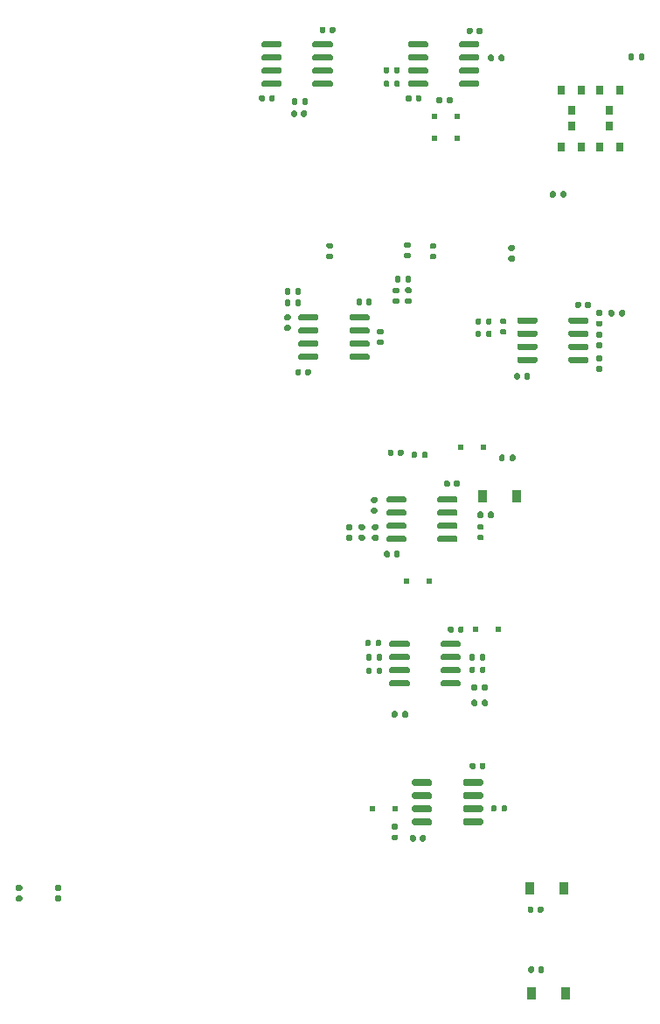
<source format=gbr>
%TF.GenerationSoftware,KiCad,Pcbnew,(5.1.7-0-10_14)*%
%TF.CreationDate,2021-05-28T11:23:36-04:00*%
%TF.ProjectId,SlewLimiter,536c6577-4c69-46d6-9974-65722e6b6963,rev?*%
%TF.SameCoordinates,Original*%
%TF.FileFunction,Paste,Top*%
%TF.FilePolarity,Positive*%
%FSLAX46Y46*%
G04 Gerber Fmt 4.6, Leading zero omitted, Abs format (unit mm)*
G04 Created by KiCad (PCBNEW (5.1.7-0-10_14)) date 2021-05-28 11:23:36*
%MOMM*%
%LPD*%
G01*
G04 APERTURE LIST*
%ADD10R,0.800000X0.900000*%
%ADD11R,0.900000X1.200000*%
%ADD12R,0.500000X0.500000*%
G04 APERTURE END LIST*
%TO.C,U202*%
G36*
G01*
X80600000Y-79645000D02*
X80600000Y-79345000D01*
G75*
G02*
X80750000Y-79195000I150000J0D01*
G01*
X82400000Y-79195000D01*
G75*
G02*
X82550000Y-79345000I0J-150000D01*
G01*
X82550000Y-79645000D01*
G75*
G02*
X82400000Y-79795000I-150000J0D01*
G01*
X80750000Y-79795000D01*
G75*
G02*
X80600000Y-79645000I0J150000D01*
G01*
G37*
G36*
G01*
X80600000Y-80915000D02*
X80600000Y-80615000D01*
G75*
G02*
X80750000Y-80465000I150000J0D01*
G01*
X82400000Y-80465000D01*
G75*
G02*
X82550000Y-80615000I0J-150000D01*
G01*
X82550000Y-80915000D01*
G75*
G02*
X82400000Y-81065000I-150000J0D01*
G01*
X80750000Y-81065000D01*
G75*
G02*
X80600000Y-80915000I0J150000D01*
G01*
G37*
G36*
G01*
X80600000Y-82185000D02*
X80600000Y-81885000D01*
G75*
G02*
X80750000Y-81735000I150000J0D01*
G01*
X82400000Y-81735000D01*
G75*
G02*
X82550000Y-81885000I0J-150000D01*
G01*
X82550000Y-82185000D01*
G75*
G02*
X82400000Y-82335000I-150000J0D01*
G01*
X80750000Y-82335000D01*
G75*
G02*
X80600000Y-82185000I0J150000D01*
G01*
G37*
G36*
G01*
X80600000Y-83455000D02*
X80600000Y-83155000D01*
G75*
G02*
X80750000Y-83005000I150000J0D01*
G01*
X82400000Y-83005000D01*
G75*
G02*
X82550000Y-83155000I0J-150000D01*
G01*
X82550000Y-83455000D01*
G75*
G02*
X82400000Y-83605000I-150000J0D01*
G01*
X80750000Y-83605000D01*
G75*
G02*
X80600000Y-83455000I0J150000D01*
G01*
G37*
G36*
G01*
X75650000Y-83455000D02*
X75650000Y-83155000D01*
G75*
G02*
X75800000Y-83005000I150000J0D01*
G01*
X77450000Y-83005000D01*
G75*
G02*
X77600000Y-83155000I0J-150000D01*
G01*
X77600000Y-83455000D01*
G75*
G02*
X77450000Y-83605000I-150000J0D01*
G01*
X75800000Y-83605000D01*
G75*
G02*
X75650000Y-83455000I0J150000D01*
G01*
G37*
G36*
G01*
X75650000Y-82185000D02*
X75650000Y-81885000D01*
G75*
G02*
X75800000Y-81735000I150000J0D01*
G01*
X77450000Y-81735000D01*
G75*
G02*
X77600000Y-81885000I0J-150000D01*
G01*
X77600000Y-82185000D01*
G75*
G02*
X77450000Y-82335000I-150000J0D01*
G01*
X75800000Y-82335000D01*
G75*
G02*
X75650000Y-82185000I0J150000D01*
G01*
G37*
G36*
G01*
X75650000Y-80915000D02*
X75650000Y-80615000D01*
G75*
G02*
X75800000Y-80465000I150000J0D01*
G01*
X77450000Y-80465000D01*
G75*
G02*
X77600000Y-80615000I0J-150000D01*
G01*
X77600000Y-80915000D01*
G75*
G02*
X77450000Y-81065000I-150000J0D01*
G01*
X75800000Y-81065000D01*
G75*
G02*
X75650000Y-80915000I0J150000D01*
G01*
G37*
G36*
G01*
X75650000Y-79645000D02*
X75650000Y-79345000D01*
G75*
G02*
X75800000Y-79195000I150000J0D01*
G01*
X77450000Y-79195000D01*
G75*
G02*
X77600000Y-79345000I0J-150000D01*
G01*
X77600000Y-79645000D01*
G75*
G02*
X77450000Y-79795000I-150000J0D01*
G01*
X75800000Y-79795000D01*
G75*
G02*
X75650000Y-79645000I0J150000D01*
G01*
G37*
%TD*%
%TO.C,U201*%
G36*
G01*
X101800000Y-79945000D02*
X101800000Y-79645000D01*
G75*
G02*
X101950000Y-79495000I150000J0D01*
G01*
X103600000Y-79495000D01*
G75*
G02*
X103750000Y-79645000I0J-150000D01*
G01*
X103750000Y-79945000D01*
G75*
G02*
X103600000Y-80095000I-150000J0D01*
G01*
X101950000Y-80095000D01*
G75*
G02*
X101800000Y-79945000I0J150000D01*
G01*
G37*
G36*
G01*
X101800000Y-81215000D02*
X101800000Y-80915000D01*
G75*
G02*
X101950000Y-80765000I150000J0D01*
G01*
X103600000Y-80765000D01*
G75*
G02*
X103750000Y-80915000I0J-150000D01*
G01*
X103750000Y-81215000D01*
G75*
G02*
X103600000Y-81365000I-150000J0D01*
G01*
X101950000Y-81365000D01*
G75*
G02*
X101800000Y-81215000I0J150000D01*
G01*
G37*
G36*
G01*
X101800000Y-82485000D02*
X101800000Y-82185000D01*
G75*
G02*
X101950000Y-82035000I150000J0D01*
G01*
X103600000Y-82035000D01*
G75*
G02*
X103750000Y-82185000I0J-150000D01*
G01*
X103750000Y-82485000D01*
G75*
G02*
X103600000Y-82635000I-150000J0D01*
G01*
X101950000Y-82635000D01*
G75*
G02*
X101800000Y-82485000I0J150000D01*
G01*
G37*
G36*
G01*
X101800000Y-83755000D02*
X101800000Y-83455000D01*
G75*
G02*
X101950000Y-83305000I150000J0D01*
G01*
X103600000Y-83305000D01*
G75*
G02*
X103750000Y-83455000I0J-150000D01*
G01*
X103750000Y-83755000D01*
G75*
G02*
X103600000Y-83905000I-150000J0D01*
G01*
X101950000Y-83905000D01*
G75*
G02*
X101800000Y-83755000I0J150000D01*
G01*
G37*
G36*
G01*
X96850000Y-83755000D02*
X96850000Y-83455000D01*
G75*
G02*
X97000000Y-83305000I150000J0D01*
G01*
X98650000Y-83305000D01*
G75*
G02*
X98800000Y-83455000I0J-150000D01*
G01*
X98800000Y-83755000D01*
G75*
G02*
X98650000Y-83905000I-150000J0D01*
G01*
X97000000Y-83905000D01*
G75*
G02*
X96850000Y-83755000I0J150000D01*
G01*
G37*
G36*
G01*
X96850000Y-82485000D02*
X96850000Y-82185000D01*
G75*
G02*
X97000000Y-82035000I150000J0D01*
G01*
X98650000Y-82035000D01*
G75*
G02*
X98800000Y-82185000I0J-150000D01*
G01*
X98800000Y-82485000D01*
G75*
G02*
X98650000Y-82635000I-150000J0D01*
G01*
X97000000Y-82635000D01*
G75*
G02*
X96850000Y-82485000I0J150000D01*
G01*
G37*
G36*
G01*
X96850000Y-81215000D02*
X96850000Y-80915000D01*
G75*
G02*
X97000000Y-80765000I150000J0D01*
G01*
X98650000Y-80765000D01*
G75*
G02*
X98800000Y-80915000I0J-150000D01*
G01*
X98800000Y-81215000D01*
G75*
G02*
X98650000Y-81365000I-150000J0D01*
G01*
X97000000Y-81365000D01*
G75*
G02*
X96850000Y-81215000I0J150000D01*
G01*
G37*
G36*
G01*
X96850000Y-79945000D02*
X96850000Y-79645000D01*
G75*
G02*
X97000000Y-79495000I150000J0D01*
G01*
X98650000Y-79495000D01*
G75*
G02*
X98800000Y-79645000I0J-150000D01*
G01*
X98800000Y-79945000D01*
G75*
G02*
X98650000Y-80095000I-150000J0D01*
G01*
X97000000Y-80095000D01*
G75*
G02*
X96850000Y-79945000I0J150000D01*
G01*
G37*
%TD*%
%TO.C,U105*%
G36*
G01*
X89425000Y-111250000D02*
X89425000Y-110950000D01*
G75*
G02*
X89575000Y-110800000I150000J0D01*
G01*
X91225000Y-110800000D01*
G75*
G02*
X91375000Y-110950000I0J-150000D01*
G01*
X91375000Y-111250000D01*
G75*
G02*
X91225000Y-111400000I-150000J0D01*
G01*
X89575000Y-111400000D01*
G75*
G02*
X89425000Y-111250000I0J150000D01*
G01*
G37*
G36*
G01*
X89425000Y-112520000D02*
X89425000Y-112220000D01*
G75*
G02*
X89575000Y-112070000I150000J0D01*
G01*
X91225000Y-112070000D01*
G75*
G02*
X91375000Y-112220000I0J-150000D01*
G01*
X91375000Y-112520000D01*
G75*
G02*
X91225000Y-112670000I-150000J0D01*
G01*
X89575000Y-112670000D01*
G75*
G02*
X89425000Y-112520000I0J150000D01*
G01*
G37*
G36*
G01*
X89425000Y-113790000D02*
X89425000Y-113490000D01*
G75*
G02*
X89575000Y-113340000I150000J0D01*
G01*
X91225000Y-113340000D01*
G75*
G02*
X91375000Y-113490000I0J-150000D01*
G01*
X91375000Y-113790000D01*
G75*
G02*
X91225000Y-113940000I-150000J0D01*
G01*
X89575000Y-113940000D01*
G75*
G02*
X89425000Y-113790000I0J150000D01*
G01*
G37*
G36*
G01*
X89425000Y-115060000D02*
X89425000Y-114760000D01*
G75*
G02*
X89575000Y-114610000I150000J0D01*
G01*
X91225000Y-114610000D01*
G75*
G02*
X91375000Y-114760000I0J-150000D01*
G01*
X91375000Y-115060000D01*
G75*
G02*
X91225000Y-115210000I-150000J0D01*
G01*
X89575000Y-115210000D01*
G75*
G02*
X89425000Y-115060000I0J150000D01*
G01*
G37*
G36*
G01*
X84475000Y-115060000D02*
X84475000Y-114760000D01*
G75*
G02*
X84625000Y-114610000I150000J0D01*
G01*
X86275000Y-114610000D01*
G75*
G02*
X86425000Y-114760000I0J-150000D01*
G01*
X86425000Y-115060000D01*
G75*
G02*
X86275000Y-115210000I-150000J0D01*
G01*
X84625000Y-115210000D01*
G75*
G02*
X84475000Y-115060000I0J150000D01*
G01*
G37*
G36*
G01*
X84475000Y-113790000D02*
X84475000Y-113490000D01*
G75*
G02*
X84625000Y-113340000I150000J0D01*
G01*
X86275000Y-113340000D01*
G75*
G02*
X86425000Y-113490000I0J-150000D01*
G01*
X86425000Y-113790000D01*
G75*
G02*
X86275000Y-113940000I-150000J0D01*
G01*
X84625000Y-113940000D01*
G75*
G02*
X84475000Y-113790000I0J150000D01*
G01*
G37*
G36*
G01*
X84475000Y-112520000D02*
X84475000Y-112220000D01*
G75*
G02*
X84625000Y-112070000I150000J0D01*
G01*
X86275000Y-112070000D01*
G75*
G02*
X86425000Y-112220000I0J-150000D01*
G01*
X86425000Y-112520000D01*
G75*
G02*
X86275000Y-112670000I-150000J0D01*
G01*
X84625000Y-112670000D01*
G75*
G02*
X84475000Y-112520000I0J150000D01*
G01*
G37*
G36*
G01*
X84475000Y-111250000D02*
X84475000Y-110950000D01*
G75*
G02*
X84625000Y-110800000I150000J0D01*
G01*
X86275000Y-110800000D01*
G75*
G02*
X86425000Y-110950000I0J-150000D01*
G01*
X86425000Y-111250000D01*
G75*
G02*
X86275000Y-111400000I-150000J0D01*
G01*
X84625000Y-111400000D01*
G75*
G02*
X84475000Y-111250000I0J150000D01*
G01*
G37*
%TD*%
%TO.C,U104*%
G36*
G01*
X77025000Y-53250000D02*
X77025000Y-52950000D01*
G75*
G02*
X77175000Y-52800000I150000J0D01*
G01*
X78825000Y-52800000D01*
G75*
G02*
X78975000Y-52950000I0J-150000D01*
G01*
X78975000Y-53250000D01*
G75*
G02*
X78825000Y-53400000I-150000J0D01*
G01*
X77175000Y-53400000D01*
G75*
G02*
X77025000Y-53250000I0J150000D01*
G01*
G37*
G36*
G01*
X77025000Y-54520000D02*
X77025000Y-54220000D01*
G75*
G02*
X77175000Y-54070000I150000J0D01*
G01*
X78825000Y-54070000D01*
G75*
G02*
X78975000Y-54220000I0J-150000D01*
G01*
X78975000Y-54520000D01*
G75*
G02*
X78825000Y-54670000I-150000J0D01*
G01*
X77175000Y-54670000D01*
G75*
G02*
X77025000Y-54520000I0J150000D01*
G01*
G37*
G36*
G01*
X77025000Y-55790000D02*
X77025000Y-55490000D01*
G75*
G02*
X77175000Y-55340000I150000J0D01*
G01*
X78825000Y-55340000D01*
G75*
G02*
X78975000Y-55490000I0J-150000D01*
G01*
X78975000Y-55790000D01*
G75*
G02*
X78825000Y-55940000I-150000J0D01*
G01*
X77175000Y-55940000D01*
G75*
G02*
X77025000Y-55790000I0J150000D01*
G01*
G37*
G36*
G01*
X77025000Y-57060000D02*
X77025000Y-56760000D01*
G75*
G02*
X77175000Y-56610000I150000J0D01*
G01*
X78825000Y-56610000D01*
G75*
G02*
X78975000Y-56760000I0J-150000D01*
G01*
X78975000Y-57060000D01*
G75*
G02*
X78825000Y-57210000I-150000J0D01*
G01*
X77175000Y-57210000D01*
G75*
G02*
X77025000Y-57060000I0J150000D01*
G01*
G37*
G36*
G01*
X72075000Y-57060000D02*
X72075000Y-56760000D01*
G75*
G02*
X72225000Y-56610000I150000J0D01*
G01*
X73875000Y-56610000D01*
G75*
G02*
X74025000Y-56760000I0J-150000D01*
G01*
X74025000Y-57060000D01*
G75*
G02*
X73875000Y-57210000I-150000J0D01*
G01*
X72225000Y-57210000D01*
G75*
G02*
X72075000Y-57060000I0J150000D01*
G01*
G37*
G36*
G01*
X72075000Y-55790000D02*
X72075000Y-55490000D01*
G75*
G02*
X72225000Y-55340000I150000J0D01*
G01*
X73875000Y-55340000D01*
G75*
G02*
X74025000Y-55490000I0J-150000D01*
G01*
X74025000Y-55790000D01*
G75*
G02*
X73875000Y-55940000I-150000J0D01*
G01*
X72225000Y-55940000D01*
G75*
G02*
X72075000Y-55790000I0J150000D01*
G01*
G37*
G36*
G01*
X72075000Y-54520000D02*
X72075000Y-54220000D01*
G75*
G02*
X72225000Y-54070000I150000J0D01*
G01*
X73875000Y-54070000D01*
G75*
G02*
X74025000Y-54220000I0J-150000D01*
G01*
X74025000Y-54520000D01*
G75*
G02*
X73875000Y-54670000I-150000J0D01*
G01*
X72225000Y-54670000D01*
G75*
G02*
X72075000Y-54520000I0J150000D01*
G01*
G37*
G36*
G01*
X72075000Y-53250000D02*
X72075000Y-52950000D01*
G75*
G02*
X72225000Y-52800000I150000J0D01*
G01*
X73875000Y-52800000D01*
G75*
G02*
X74025000Y-52950000I0J-150000D01*
G01*
X74025000Y-53250000D01*
G75*
G02*
X73875000Y-53400000I-150000J0D01*
G01*
X72225000Y-53400000D01*
G75*
G02*
X72075000Y-53250000I0J150000D01*
G01*
G37*
%TD*%
%TO.C,U103*%
G36*
G01*
X91600000Y-124645000D02*
X91600000Y-124345000D01*
G75*
G02*
X91750000Y-124195000I150000J0D01*
G01*
X93400000Y-124195000D01*
G75*
G02*
X93550000Y-124345000I0J-150000D01*
G01*
X93550000Y-124645000D01*
G75*
G02*
X93400000Y-124795000I-150000J0D01*
G01*
X91750000Y-124795000D01*
G75*
G02*
X91600000Y-124645000I0J150000D01*
G01*
G37*
G36*
G01*
X91600000Y-125915000D02*
X91600000Y-125615000D01*
G75*
G02*
X91750000Y-125465000I150000J0D01*
G01*
X93400000Y-125465000D01*
G75*
G02*
X93550000Y-125615000I0J-150000D01*
G01*
X93550000Y-125915000D01*
G75*
G02*
X93400000Y-126065000I-150000J0D01*
G01*
X91750000Y-126065000D01*
G75*
G02*
X91600000Y-125915000I0J150000D01*
G01*
G37*
G36*
G01*
X91600000Y-127185000D02*
X91600000Y-126885000D01*
G75*
G02*
X91750000Y-126735000I150000J0D01*
G01*
X93400000Y-126735000D01*
G75*
G02*
X93550000Y-126885000I0J-150000D01*
G01*
X93550000Y-127185000D01*
G75*
G02*
X93400000Y-127335000I-150000J0D01*
G01*
X91750000Y-127335000D01*
G75*
G02*
X91600000Y-127185000I0J150000D01*
G01*
G37*
G36*
G01*
X91600000Y-128455000D02*
X91600000Y-128155000D01*
G75*
G02*
X91750000Y-128005000I150000J0D01*
G01*
X93400000Y-128005000D01*
G75*
G02*
X93550000Y-128155000I0J-150000D01*
G01*
X93550000Y-128455000D01*
G75*
G02*
X93400000Y-128605000I-150000J0D01*
G01*
X91750000Y-128605000D01*
G75*
G02*
X91600000Y-128455000I0J150000D01*
G01*
G37*
G36*
G01*
X86650000Y-128455000D02*
X86650000Y-128155000D01*
G75*
G02*
X86800000Y-128005000I150000J0D01*
G01*
X88450000Y-128005000D01*
G75*
G02*
X88600000Y-128155000I0J-150000D01*
G01*
X88600000Y-128455000D01*
G75*
G02*
X88450000Y-128605000I-150000J0D01*
G01*
X86800000Y-128605000D01*
G75*
G02*
X86650000Y-128455000I0J150000D01*
G01*
G37*
G36*
G01*
X86650000Y-127185000D02*
X86650000Y-126885000D01*
G75*
G02*
X86800000Y-126735000I150000J0D01*
G01*
X88450000Y-126735000D01*
G75*
G02*
X88600000Y-126885000I0J-150000D01*
G01*
X88600000Y-127185000D01*
G75*
G02*
X88450000Y-127335000I-150000J0D01*
G01*
X86800000Y-127335000D01*
G75*
G02*
X86650000Y-127185000I0J150000D01*
G01*
G37*
G36*
G01*
X86650000Y-125915000D02*
X86650000Y-125615000D01*
G75*
G02*
X86800000Y-125465000I150000J0D01*
G01*
X88450000Y-125465000D01*
G75*
G02*
X88600000Y-125615000I0J-150000D01*
G01*
X88600000Y-125915000D01*
G75*
G02*
X88450000Y-126065000I-150000J0D01*
G01*
X86800000Y-126065000D01*
G75*
G02*
X86650000Y-125915000I0J150000D01*
G01*
G37*
G36*
G01*
X86650000Y-124645000D02*
X86650000Y-124345000D01*
G75*
G02*
X86800000Y-124195000I150000J0D01*
G01*
X88450000Y-124195000D01*
G75*
G02*
X88600000Y-124345000I0J-150000D01*
G01*
X88600000Y-124645000D01*
G75*
G02*
X88450000Y-124795000I-150000J0D01*
G01*
X86800000Y-124795000D01*
G75*
G02*
X86650000Y-124645000I0J150000D01*
G01*
G37*
%TD*%
%TO.C,U102*%
G36*
G01*
X89125000Y-97280000D02*
X89125000Y-96980000D01*
G75*
G02*
X89275000Y-96830000I150000J0D01*
G01*
X90925000Y-96830000D01*
G75*
G02*
X91075000Y-96980000I0J-150000D01*
G01*
X91075000Y-97280000D01*
G75*
G02*
X90925000Y-97430000I-150000J0D01*
G01*
X89275000Y-97430000D01*
G75*
G02*
X89125000Y-97280000I0J150000D01*
G01*
G37*
G36*
G01*
X89125000Y-98550000D02*
X89125000Y-98250000D01*
G75*
G02*
X89275000Y-98100000I150000J0D01*
G01*
X90925000Y-98100000D01*
G75*
G02*
X91075000Y-98250000I0J-150000D01*
G01*
X91075000Y-98550000D01*
G75*
G02*
X90925000Y-98700000I-150000J0D01*
G01*
X89275000Y-98700000D01*
G75*
G02*
X89125000Y-98550000I0J150000D01*
G01*
G37*
G36*
G01*
X89125000Y-99820000D02*
X89125000Y-99520000D01*
G75*
G02*
X89275000Y-99370000I150000J0D01*
G01*
X90925000Y-99370000D01*
G75*
G02*
X91075000Y-99520000I0J-150000D01*
G01*
X91075000Y-99820000D01*
G75*
G02*
X90925000Y-99970000I-150000J0D01*
G01*
X89275000Y-99970000D01*
G75*
G02*
X89125000Y-99820000I0J150000D01*
G01*
G37*
G36*
G01*
X89125000Y-101090000D02*
X89125000Y-100790000D01*
G75*
G02*
X89275000Y-100640000I150000J0D01*
G01*
X90925000Y-100640000D01*
G75*
G02*
X91075000Y-100790000I0J-150000D01*
G01*
X91075000Y-101090000D01*
G75*
G02*
X90925000Y-101240000I-150000J0D01*
G01*
X89275000Y-101240000D01*
G75*
G02*
X89125000Y-101090000I0J150000D01*
G01*
G37*
G36*
G01*
X84175000Y-101090000D02*
X84175000Y-100790000D01*
G75*
G02*
X84325000Y-100640000I150000J0D01*
G01*
X85975000Y-100640000D01*
G75*
G02*
X86125000Y-100790000I0J-150000D01*
G01*
X86125000Y-101090000D01*
G75*
G02*
X85975000Y-101240000I-150000J0D01*
G01*
X84325000Y-101240000D01*
G75*
G02*
X84175000Y-101090000I0J150000D01*
G01*
G37*
G36*
G01*
X84175000Y-99820000D02*
X84175000Y-99520000D01*
G75*
G02*
X84325000Y-99370000I150000J0D01*
G01*
X85975000Y-99370000D01*
G75*
G02*
X86125000Y-99520000I0J-150000D01*
G01*
X86125000Y-99820000D01*
G75*
G02*
X85975000Y-99970000I-150000J0D01*
G01*
X84325000Y-99970000D01*
G75*
G02*
X84175000Y-99820000I0J150000D01*
G01*
G37*
G36*
G01*
X84175000Y-98550000D02*
X84175000Y-98250000D01*
G75*
G02*
X84325000Y-98100000I150000J0D01*
G01*
X85975000Y-98100000D01*
G75*
G02*
X86125000Y-98250000I0J-150000D01*
G01*
X86125000Y-98550000D01*
G75*
G02*
X85975000Y-98700000I-150000J0D01*
G01*
X84325000Y-98700000D01*
G75*
G02*
X84175000Y-98550000I0J150000D01*
G01*
G37*
G36*
G01*
X84175000Y-97280000D02*
X84175000Y-96980000D01*
G75*
G02*
X84325000Y-96830000I150000J0D01*
G01*
X85975000Y-96830000D01*
G75*
G02*
X86125000Y-96980000I0J-150000D01*
G01*
X86125000Y-97280000D01*
G75*
G02*
X85975000Y-97430000I-150000J0D01*
G01*
X84325000Y-97430000D01*
G75*
G02*
X84175000Y-97280000I0J150000D01*
G01*
G37*
%TD*%
%TO.C,U101*%
G36*
G01*
X91225000Y-53250000D02*
X91225000Y-52950000D01*
G75*
G02*
X91375000Y-52800000I150000J0D01*
G01*
X93025000Y-52800000D01*
G75*
G02*
X93175000Y-52950000I0J-150000D01*
G01*
X93175000Y-53250000D01*
G75*
G02*
X93025000Y-53400000I-150000J0D01*
G01*
X91375000Y-53400000D01*
G75*
G02*
X91225000Y-53250000I0J150000D01*
G01*
G37*
G36*
G01*
X91225000Y-54520000D02*
X91225000Y-54220000D01*
G75*
G02*
X91375000Y-54070000I150000J0D01*
G01*
X93025000Y-54070000D01*
G75*
G02*
X93175000Y-54220000I0J-150000D01*
G01*
X93175000Y-54520000D01*
G75*
G02*
X93025000Y-54670000I-150000J0D01*
G01*
X91375000Y-54670000D01*
G75*
G02*
X91225000Y-54520000I0J150000D01*
G01*
G37*
G36*
G01*
X91225000Y-55790000D02*
X91225000Y-55490000D01*
G75*
G02*
X91375000Y-55340000I150000J0D01*
G01*
X93025000Y-55340000D01*
G75*
G02*
X93175000Y-55490000I0J-150000D01*
G01*
X93175000Y-55790000D01*
G75*
G02*
X93025000Y-55940000I-150000J0D01*
G01*
X91375000Y-55940000D01*
G75*
G02*
X91225000Y-55790000I0J150000D01*
G01*
G37*
G36*
G01*
X91225000Y-57060000D02*
X91225000Y-56760000D01*
G75*
G02*
X91375000Y-56610000I150000J0D01*
G01*
X93025000Y-56610000D01*
G75*
G02*
X93175000Y-56760000I0J-150000D01*
G01*
X93175000Y-57060000D01*
G75*
G02*
X93025000Y-57210000I-150000J0D01*
G01*
X91375000Y-57210000D01*
G75*
G02*
X91225000Y-57060000I0J150000D01*
G01*
G37*
G36*
G01*
X86275000Y-57060000D02*
X86275000Y-56760000D01*
G75*
G02*
X86425000Y-56610000I150000J0D01*
G01*
X88075000Y-56610000D01*
G75*
G02*
X88225000Y-56760000I0J-150000D01*
G01*
X88225000Y-57060000D01*
G75*
G02*
X88075000Y-57210000I-150000J0D01*
G01*
X86425000Y-57210000D01*
G75*
G02*
X86275000Y-57060000I0J150000D01*
G01*
G37*
G36*
G01*
X86275000Y-55790000D02*
X86275000Y-55490000D01*
G75*
G02*
X86425000Y-55340000I150000J0D01*
G01*
X88075000Y-55340000D01*
G75*
G02*
X88225000Y-55490000I0J-150000D01*
G01*
X88225000Y-55790000D01*
G75*
G02*
X88075000Y-55940000I-150000J0D01*
G01*
X86425000Y-55940000D01*
G75*
G02*
X86275000Y-55790000I0J150000D01*
G01*
G37*
G36*
G01*
X86275000Y-54520000D02*
X86275000Y-54220000D01*
G75*
G02*
X86425000Y-54070000I150000J0D01*
G01*
X88075000Y-54070000D01*
G75*
G02*
X88225000Y-54220000I0J-150000D01*
G01*
X88225000Y-54520000D01*
G75*
G02*
X88075000Y-54670000I-150000J0D01*
G01*
X86425000Y-54670000D01*
G75*
G02*
X86275000Y-54520000I0J150000D01*
G01*
G37*
G36*
G01*
X86275000Y-53250000D02*
X86275000Y-52950000D01*
G75*
G02*
X86425000Y-52800000I150000J0D01*
G01*
X88075000Y-52800000D01*
G75*
G02*
X88225000Y-52950000I0J-150000D01*
G01*
X88225000Y-53250000D01*
G75*
G02*
X88075000Y-53400000I-150000J0D01*
G01*
X86425000Y-53400000D01*
G75*
G02*
X86275000Y-53250000I0J150000D01*
G01*
G37*
%TD*%
%TO.C,R302*%
G36*
G01*
X48785000Y-134970000D02*
X48415000Y-134970000D01*
G75*
G02*
X48280000Y-134835000I0J135000D01*
G01*
X48280000Y-134565000D01*
G75*
G02*
X48415000Y-134430000I135000J0D01*
G01*
X48785000Y-134430000D01*
G75*
G02*
X48920000Y-134565000I0J-135000D01*
G01*
X48920000Y-134835000D01*
G75*
G02*
X48785000Y-134970000I-135000J0D01*
G01*
G37*
G36*
G01*
X48785000Y-135990000D02*
X48415000Y-135990000D01*
G75*
G02*
X48280000Y-135855000I0J135000D01*
G01*
X48280000Y-135585000D01*
G75*
G02*
X48415000Y-135450000I135000J0D01*
G01*
X48785000Y-135450000D01*
G75*
G02*
X48920000Y-135585000I0J-135000D01*
G01*
X48920000Y-135855000D01*
G75*
G02*
X48785000Y-135990000I-135000J0D01*
G01*
G37*
%TD*%
%TO.C,R301*%
G36*
G01*
X52585000Y-134960000D02*
X52215000Y-134960000D01*
G75*
G02*
X52080000Y-134825000I0J135000D01*
G01*
X52080000Y-134555000D01*
G75*
G02*
X52215000Y-134420000I135000J0D01*
G01*
X52585000Y-134420000D01*
G75*
G02*
X52720000Y-134555000I0J-135000D01*
G01*
X52720000Y-134825000D01*
G75*
G02*
X52585000Y-134960000I-135000J0D01*
G01*
G37*
G36*
G01*
X52585000Y-135980000D02*
X52215000Y-135980000D01*
G75*
G02*
X52080000Y-135845000I0J135000D01*
G01*
X52080000Y-135575000D01*
G75*
G02*
X52215000Y-135440000I135000J0D01*
G01*
X52585000Y-135440000D01*
G75*
G02*
X52720000Y-135575000I0J-135000D01*
G01*
X52720000Y-135845000D01*
G75*
G02*
X52585000Y-135980000I-135000J0D01*
G01*
G37*
%TD*%
%TO.C,R219*%
G36*
G01*
X86030000Y-75985000D02*
X86030000Y-75615000D01*
G75*
G02*
X86165000Y-75480000I135000J0D01*
G01*
X86435000Y-75480000D01*
G75*
G02*
X86570000Y-75615000I0J-135000D01*
G01*
X86570000Y-75985000D01*
G75*
G02*
X86435000Y-76120000I-135000J0D01*
G01*
X86165000Y-76120000D01*
G75*
G02*
X86030000Y-75985000I0J135000D01*
G01*
G37*
G36*
G01*
X85010000Y-75985000D02*
X85010000Y-75615000D01*
G75*
G02*
X85145000Y-75480000I135000J0D01*
G01*
X85415000Y-75480000D01*
G75*
G02*
X85550000Y-75615000I0J-135000D01*
G01*
X85550000Y-75985000D01*
G75*
G02*
X85415000Y-76120000I-135000J0D01*
G01*
X85145000Y-76120000D01*
G75*
G02*
X85010000Y-75985000I0J135000D01*
G01*
G37*
%TD*%
%TO.C,R218*%
G36*
G01*
X106250000Y-78915000D02*
X106250000Y-79285000D01*
G75*
G02*
X106115000Y-79420000I-135000J0D01*
G01*
X105845000Y-79420000D01*
G75*
G02*
X105710000Y-79285000I0J135000D01*
G01*
X105710000Y-78915000D01*
G75*
G02*
X105845000Y-78780000I135000J0D01*
G01*
X106115000Y-78780000D01*
G75*
G02*
X106250000Y-78915000I0J-135000D01*
G01*
G37*
G36*
G01*
X107270000Y-78915000D02*
X107270000Y-79285000D01*
G75*
G02*
X107135000Y-79420000I-135000J0D01*
G01*
X106865000Y-79420000D01*
G75*
G02*
X106730000Y-79285000I0J135000D01*
G01*
X106730000Y-78915000D01*
G75*
G02*
X106865000Y-78780000I135000J0D01*
G01*
X107135000Y-78780000D01*
G75*
G02*
X107270000Y-78915000I0J-135000D01*
G01*
G37*
%TD*%
%TO.C,R217*%
G36*
G01*
X86115000Y-77630000D02*
X86485000Y-77630000D01*
G75*
G02*
X86620000Y-77765000I0J-135000D01*
G01*
X86620000Y-78035000D01*
G75*
G02*
X86485000Y-78170000I-135000J0D01*
G01*
X86115000Y-78170000D01*
G75*
G02*
X85980000Y-78035000I0J135000D01*
G01*
X85980000Y-77765000D01*
G75*
G02*
X86115000Y-77630000I135000J0D01*
G01*
G37*
G36*
G01*
X86115000Y-76610000D02*
X86485000Y-76610000D01*
G75*
G02*
X86620000Y-76745000I0J-135000D01*
G01*
X86620000Y-77015000D01*
G75*
G02*
X86485000Y-77150000I-135000J0D01*
G01*
X86115000Y-77150000D01*
G75*
G02*
X85980000Y-77015000I0J135000D01*
G01*
X85980000Y-76745000D01*
G75*
G02*
X86115000Y-76610000I135000J0D01*
G01*
G37*
%TD*%
%TO.C,R216*%
G36*
G01*
X86385000Y-72770000D02*
X86015000Y-72770000D01*
G75*
G02*
X85880000Y-72635000I0J135000D01*
G01*
X85880000Y-72365000D01*
G75*
G02*
X86015000Y-72230000I135000J0D01*
G01*
X86385000Y-72230000D01*
G75*
G02*
X86520000Y-72365000I0J-135000D01*
G01*
X86520000Y-72635000D01*
G75*
G02*
X86385000Y-72770000I-135000J0D01*
G01*
G37*
G36*
G01*
X86385000Y-73790000D02*
X86015000Y-73790000D01*
G75*
G02*
X85880000Y-73655000I0J135000D01*
G01*
X85880000Y-73385000D01*
G75*
G02*
X86015000Y-73250000I135000J0D01*
G01*
X86385000Y-73250000D01*
G75*
G02*
X86520000Y-73385000I0J-135000D01*
G01*
X86520000Y-73655000D01*
G75*
G02*
X86385000Y-73790000I-135000J0D01*
G01*
G37*
%TD*%
%TO.C,R215*%
G36*
G01*
X104615000Y-79830000D02*
X104985000Y-79830000D01*
G75*
G02*
X105120000Y-79965000I0J-135000D01*
G01*
X105120000Y-80235000D01*
G75*
G02*
X104985000Y-80370000I-135000J0D01*
G01*
X104615000Y-80370000D01*
G75*
G02*
X104480000Y-80235000I0J135000D01*
G01*
X104480000Y-79965000D01*
G75*
G02*
X104615000Y-79830000I135000J0D01*
G01*
G37*
G36*
G01*
X104615000Y-78810000D02*
X104985000Y-78810000D01*
G75*
G02*
X105120000Y-78945000I0J-135000D01*
G01*
X105120000Y-79215000D01*
G75*
G02*
X104985000Y-79350000I-135000J0D01*
G01*
X104615000Y-79350000D01*
G75*
G02*
X104480000Y-79215000I0J135000D01*
G01*
X104480000Y-78945000D01*
G75*
G02*
X104615000Y-78810000I135000J0D01*
G01*
G37*
%TD*%
%TO.C,R214*%
G36*
G01*
X96485000Y-73070000D02*
X96115000Y-73070000D01*
G75*
G02*
X95980000Y-72935000I0J135000D01*
G01*
X95980000Y-72665000D01*
G75*
G02*
X96115000Y-72530000I135000J0D01*
G01*
X96485000Y-72530000D01*
G75*
G02*
X96620000Y-72665000I0J-135000D01*
G01*
X96620000Y-72935000D01*
G75*
G02*
X96485000Y-73070000I-135000J0D01*
G01*
G37*
G36*
G01*
X96485000Y-74090000D02*
X96115000Y-74090000D01*
G75*
G02*
X95980000Y-73955000I0J135000D01*
G01*
X95980000Y-73685000D01*
G75*
G02*
X96115000Y-73550000I135000J0D01*
G01*
X96485000Y-73550000D01*
G75*
G02*
X96620000Y-73685000I0J-135000D01*
G01*
X96620000Y-73955000D01*
G75*
G02*
X96485000Y-74090000I-135000J0D01*
G01*
G37*
%TD*%
%TO.C,R213*%
G36*
G01*
X83415000Y-81630000D02*
X83785000Y-81630000D01*
G75*
G02*
X83920000Y-81765000I0J-135000D01*
G01*
X83920000Y-82035000D01*
G75*
G02*
X83785000Y-82170000I-135000J0D01*
G01*
X83415000Y-82170000D01*
G75*
G02*
X83280000Y-82035000I0J135000D01*
G01*
X83280000Y-81765000D01*
G75*
G02*
X83415000Y-81630000I135000J0D01*
G01*
G37*
G36*
G01*
X83415000Y-80610000D02*
X83785000Y-80610000D01*
G75*
G02*
X83920000Y-80745000I0J-135000D01*
G01*
X83920000Y-81015000D01*
G75*
G02*
X83785000Y-81150000I-135000J0D01*
G01*
X83415000Y-81150000D01*
G75*
G02*
X83280000Y-81015000I0J135000D01*
G01*
X83280000Y-80745000D01*
G75*
G02*
X83415000Y-80610000I135000J0D01*
G01*
G37*
%TD*%
%TO.C,R212*%
G36*
G01*
X104615000Y-81930000D02*
X104985000Y-81930000D01*
G75*
G02*
X105120000Y-82065000I0J-135000D01*
G01*
X105120000Y-82335000D01*
G75*
G02*
X104985000Y-82470000I-135000J0D01*
G01*
X104615000Y-82470000D01*
G75*
G02*
X104480000Y-82335000I0J135000D01*
G01*
X104480000Y-82065000D01*
G75*
G02*
X104615000Y-81930000I135000J0D01*
G01*
G37*
G36*
G01*
X104615000Y-80910000D02*
X104985000Y-80910000D01*
G75*
G02*
X105120000Y-81045000I0J-135000D01*
G01*
X105120000Y-81315000D01*
G75*
G02*
X104985000Y-81450000I-135000J0D01*
G01*
X104615000Y-81450000D01*
G75*
G02*
X104480000Y-81315000I0J135000D01*
G01*
X104480000Y-81045000D01*
G75*
G02*
X104615000Y-80910000I135000J0D01*
G01*
G37*
%TD*%
%TO.C,R211*%
G36*
G01*
X85285000Y-77170000D02*
X84915000Y-77170000D01*
G75*
G02*
X84780000Y-77035000I0J135000D01*
G01*
X84780000Y-76765000D01*
G75*
G02*
X84915000Y-76630000I135000J0D01*
G01*
X85285000Y-76630000D01*
G75*
G02*
X85420000Y-76765000I0J-135000D01*
G01*
X85420000Y-77035000D01*
G75*
G02*
X85285000Y-77170000I-135000J0D01*
G01*
G37*
G36*
G01*
X85285000Y-78190000D02*
X84915000Y-78190000D01*
G75*
G02*
X84780000Y-78055000I0J135000D01*
G01*
X84780000Y-77785000D01*
G75*
G02*
X84915000Y-77650000I135000J0D01*
G01*
X85285000Y-77650000D01*
G75*
G02*
X85420000Y-77785000I0J-135000D01*
G01*
X85420000Y-78055000D01*
G75*
G02*
X85285000Y-78190000I-135000J0D01*
G01*
G37*
%TD*%
%TO.C,R210*%
G36*
G01*
X104615000Y-84230000D02*
X104985000Y-84230000D01*
G75*
G02*
X105120000Y-84365000I0J-135000D01*
G01*
X105120000Y-84635000D01*
G75*
G02*
X104985000Y-84770000I-135000J0D01*
G01*
X104615000Y-84770000D01*
G75*
G02*
X104480000Y-84635000I0J135000D01*
G01*
X104480000Y-84365000D01*
G75*
G02*
X104615000Y-84230000I135000J0D01*
G01*
G37*
G36*
G01*
X104615000Y-83210000D02*
X104985000Y-83210000D01*
G75*
G02*
X105120000Y-83345000I0J-135000D01*
G01*
X105120000Y-83615000D01*
G75*
G02*
X104985000Y-83750000I-135000J0D01*
G01*
X104615000Y-83750000D01*
G75*
G02*
X104480000Y-83615000I0J135000D01*
G01*
X104480000Y-83345000D01*
G75*
G02*
X104615000Y-83210000I135000J0D01*
G01*
G37*
%TD*%
%TO.C,R209*%
G36*
G01*
X74870000Y-76815000D02*
X74870000Y-77185000D01*
G75*
G02*
X74735000Y-77320000I-135000J0D01*
G01*
X74465000Y-77320000D01*
G75*
G02*
X74330000Y-77185000I0J135000D01*
G01*
X74330000Y-76815000D01*
G75*
G02*
X74465000Y-76680000I135000J0D01*
G01*
X74735000Y-76680000D01*
G75*
G02*
X74870000Y-76815000I0J-135000D01*
G01*
G37*
G36*
G01*
X75890000Y-76815000D02*
X75890000Y-77185000D01*
G75*
G02*
X75755000Y-77320000I-135000J0D01*
G01*
X75485000Y-77320000D01*
G75*
G02*
X75350000Y-77185000I0J135000D01*
G01*
X75350000Y-76815000D01*
G75*
G02*
X75485000Y-76680000I135000J0D01*
G01*
X75755000Y-76680000D01*
G75*
G02*
X75890000Y-76815000I0J-135000D01*
G01*
G37*
%TD*%
%TO.C,R208*%
G36*
G01*
X93830000Y-81285000D02*
X93830000Y-80915000D01*
G75*
G02*
X93965000Y-80780000I135000J0D01*
G01*
X94235000Y-80780000D01*
G75*
G02*
X94370000Y-80915000I0J-135000D01*
G01*
X94370000Y-81285000D01*
G75*
G02*
X94235000Y-81420000I-135000J0D01*
G01*
X93965000Y-81420000D01*
G75*
G02*
X93830000Y-81285000I0J135000D01*
G01*
G37*
G36*
G01*
X92810000Y-81285000D02*
X92810000Y-80915000D01*
G75*
G02*
X92945000Y-80780000I135000J0D01*
G01*
X93215000Y-80780000D01*
G75*
G02*
X93350000Y-80915000I0J-135000D01*
G01*
X93350000Y-81285000D01*
G75*
G02*
X93215000Y-81420000I-135000J0D01*
G01*
X92945000Y-81420000D01*
G75*
G02*
X92810000Y-81285000I0J135000D01*
G01*
G37*
%TD*%
%TO.C,R207*%
G36*
G01*
X100570000Y-67415000D02*
X100570000Y-67785000D01*
G75*
G02*
X100435000Y-67920000I-135000J0D01*
G01*
X100165000Y-67920000D01*
G75*
G02*
X100030000Y-67785000I0J135000D01*
G01*
X100030000Y-67415000D01*
G75*
G02*
X100165000Y-67280000I135000J0D01*
G01*
X100435000Y-67280000D01*
G75*
G02*
X100570000Y-67415000I0J-135000D01*
G01*
G37*
G36*
G01*
X101590000Y-67415000D02*
X101590000Y-67785000D01*
G75*
G02*
X101455000Y-67920000I-135000J0D01*
G01*
X101185000Y-67920000D01*
G75*
G02*
X101050000Y-67785000I0J135000D01*
G01*
X101050000Y-67415000D01*
G75*
G02*
X101185000Y-67280000I135000J0D01*
G01*
X101455000Y-67280000D01*
G75*
G02*
X101590000Y-67415000I0J-135000D01*
G01*
G37*
%TD*%
%TO.C,R206*%
G36*
G01*
X74870000Y-77915000D02*
X74870000Y-78285000D01*
G75*
G02*
X74735000Y-78420000I-135000J0D01*
G01*
X74465000Y-78420000D01*
G75*
G02*
X74330000Y-78285000I0J135000D01*
G01*
X74330000Y-77915000D01*
G75*
G02*
X74465000Y-77780000I135000J0D01*
G01*
X74735000Y-77780000D01*
G75*
G02*
X74870000Y-77915000I0J-135000D01*
G01*
G37*
G36*
G01*
X75890000Y-77915000D02*
X75890000Y-78285000D01*
G75*
G02*
X75755000Y-78420000I-135000J0D01*
G01*
X75485000Y-78420000D01*
G75*
G02*
X75350000Y-78285000I0J135000D01*
G01*
X75350000Y-77915000D01*
G75*
G02*
X75485000Y-77780000I135000J0D01*
G01*
X75755000Y-77780000D01*
G75*
G02*
X75890000Y-77915000I0J-135000D01*
G01*
G37*
%TD*%
%TO.C,R205*%
G36*
G01*
X93830000Y-80085000D02*
X93830000Y-79715000D01*
G75*
G02*
X93965000Y-79580000I135000J0D01*
G01*
X94235000Y-79580000D01*
G75*
G02*
X94370000Y-79715000I0J-135000D01*
G01*
X94370000Y-80085000D01*
G75*
G02*
X94235000Y-80220000I-135000J0D01*
G01*
X93965000Y-80220000D01*
G75*
G02*
X93830000Y-80085000I0J135000D01*
G01*
G37*
G36*
G01*
X92810000Y-80085000D02*
X92810000Y-79715000D01*
G75*
G02*
X92945000Y-79580000I135000J0D01*
G01*
X93215000Y-79580000D01*
G75*
G02*
X93350000Y-79715000I0J-135000D01*
G01*
X93350000Y-80085000D01*
G75*
G02*
X93215000Y-80220000I-135000J0D01*
G01*
X92945000Y-80220000D01*
G75*
G02*
X92810000Y-80085000I0J135000D01*
G01*
G37*
%TD*%
%TO.C,R204*%
G36*
G01*
X74415000Y-80250000D02*
X74785000Y-80250000D01*
G75*
G02*
X74920000Y-80385000I0J-135000D01*
G01*
X74920000Y-80655000D01*
G75*
G02*
X74785000Y-80790000I-135000J0D01*
G01*
X74415000Y-80790000D01*
G75*
G02*
X74280000Y-80655000I0J135000D01*
G01*
X74280000Y-80385000D01*
G75*
G02*
X74415000Y-80250000I135000J0D01*
G01*
G37*
G36*
G01*
X74415000Y-79230000D02*
X74785000Y-79230000D01*
G75*
G02*
X74920000Y-79365000I0J-135000D01*
G01*
X74920000Y-79635000D01*
G75*
G02*
X74785000Y-79770000I-135000J0D01*
G01*
X74415000Y-79770000D01*
G75*
G02*
X74280000Y-79635000I0J135000D01*
G01*
X74280000Y-79365000D01*
G75*
G02*
X74415000Y-79230000I135000J0D01*
G01*
G37*
%TD*%
%TO.C,R203*%
G36*
G01*
X95315000Y-80630000D02*
X95685000Y-80630000D01*
G75*
G02*
X95820000Y-80765000I0J-135000D01*
G01*
X95820000Y-81035000D01*
G75*
G02*
X95685000Y-81170000I-135000J0D01*
G01*
X95315000Y-81170000D01*
G75*
G02*
X95180000Y-81035000I0J135000D01*
G01*
X95180000Y-80765000D01*
G75*
G02*
X95315000Y-80630000I135000J0D01*
G01*
G37*
G36*
G01*
X95315000Y-79610000D02*
X95685000Y-79610000D01*
G75*
G02*
X95820000Y-79745000I0J-135000D01*
G01*
X95820000Y-80015000D01*
G75*
G02*
X95685000Y-80150000I-135000J0D01*
G01*
X95315000Y-80150000D01*
G75*
G02*
X95180000Y-80015000I0J135000D01*
G01*
X95180000Y-79745000D01*
G75*
G02*
X95315000Y-79610000I135000J0D01*
G01*
G37*
%TD*%
%TO.C,R202*%
G36*
G01*
X78885000Y-72850000D02*
X78515000Y-72850000D01*
G75*
G02*
X78380000Y-72715000I0J135000D01*
G01*
X78380000Y-72445000D01*
G75*
G02*
X78515000Y-72310000I135000J0D01*
G01*
X78885000Y-72310000D01*
G75*
G02*
X79020000Y-72445000I0J-135000D01*
G01*
X79020000Y-72715000D01*
G75*
G02*
X78885000Y-72850000I-135000J0D01*
G01*
G37*
G36*
G01*
X78885000Y-73870000D02*
X78515000Y-73870000D01*
G75*
G02*
X78380000Y-73735000I0J135000D01*
G01*
X78380000Y-73465000D01*
G75*
G02*
X78515000Y-73330000I135000J0D01*
G01*
X78885000Y-73330000D01*
G75*
G02*
X79020000Y-73465000I0J-135000D01*
G01*
X79020000Y-73735000D01*
G75*
G02*
X78885000Y-73870000I-135000J0D01*
G01*
G37*
%TD*%
%TO.C,R201*%
G36*
G01*
X88885000Y-72870000D02*
X88515000Y-72870000D01*
G75*
G02*
X88380000Y-72735000I0J135000D01*
G01*
X88380000Y-72465000D01*
G75*
G02*
X88515000Y-72330000I135000J0D01*
G01*
X88885000Y-72330000D01*
G75*
G02*
X89020000Y-72465000I0J-135000D01*
G01*
X89020000Y-72735000D01*
G75*
G02*
X88885000Y-72870000I-135000J0D01*
G01*
G37*
G36*
G01*
X88885000Y-73890000D02*
X88515000Y-73890000D01*
G75*
G02*
X88380000Y-73755000I0J135000D01*
G01*
X88380000Y-73485000D01*
G75*
G02*
X88515000Y-73350000I135000J0D01*
G01*
X88885000Y-73350000D01*
G75*
G02*
X89020000Y-73485000I0J-135000D01*
G01*
X89020000Y-73755000D01*
G75*
G02*
X88885000Y-73890000I-135000J0D01*
G01*
G37*
%TD*%
%TO.C,R124*%
G36*
G01*
X92750000Y-112215000D02*
X92750000Y-112585000D01*
G75*
G02*
X92615000Y-112720000I-135000J0D01*
G01*
X92345000Y-112720000D01*
G75*
G02*
X92210000Y-112585000I0J135000D01*
G01*
X92210000Y-112215000D01*
G75*
G02*
X92345000Y-112080000I135000J0D01*
G01*
X92615000Y-112080000D01*
G75*
G02*
X92750000Y-112215000I0J-135000D01*
G01*
G37*
G36*
G01*
X93770000Y-112215000D02*
X93770000Y-112585000D01*
G75*
G02*
X93635000Y-112720000I-135000J0D01*
G01*
X93365000Y-112720000D01*
G75*
G02*
X93230000Y-112585000I0J135000D01*
G01*
X93230000Y-112215000D01*
G75*
G02*
X93365000Y-112080000I135000J0D01*
G01*
X93635000Y-112080000D01*
G75*
G02*
X93770000Y-112215000I0J-135000D01*
G01*
G37*
%TD*%
%TO.C,R123*%
G36*
G01*
X85730000Y-118085000D02*
X85730000Y-117715000D01*
G75*
G02*
X85865000Y-117580000I135000J0D01*
G01*
X86135000Y-117580000D01*
G75*
G02*
X86270000Y-117715000I0J-135000D01*
G01*
X86270000Y-118085000D01*
G75*
G02*
X86135000Y-118220000I-135000J0D01*
G01*
X85865000Y-118220000D01*
G75*
G02*
X85730000Y-118085000I0J135000D01*
G01*
G37*
G36*
G01*
X84710000Y-118085000D02*
X84710000Y-117715000D01*
G75*
G02*
X84845000Y-117580000I135000J0D01*
G01*
X85115000Y-117580000D01*
G75*
G02*
X85250000Y-117715000I0J-135000D01*
G01*
X85250000Y-118085000D01*
G75*
G02*
X85115000Y-118220000I-135000J0D01*
G01*
X84845000Y-118220000D01*
G75*
G02*
X84710000Y-118085000I0J135000D01*
G01*
G37*
%TD*%
%TO.C,R122*%
G36*
G01*
X82750000Y-113515000D02*
X82750000Y-113885000D01*
G75*
G02*
X82615000Y-114020000I-135000J0D01*
G01*
X82345000Y-114020000D01*
G75*
G02*
X82210000Y-113885000I0J135000D01*
G01*
X82210000Y-113515000D01*
G75*
G02*
X82345000Y-113380000I135000J0D01*
G01*
X82615000Y-113380000D01*
G75*
G02*
X82750000Y-113515000I0J-135000D01*
G01*
G37*
G36*
G01*
X83770000Y-113515000D02*
X83770000Y-113885000D01*
G75*
G02*
X83635000Y-114020000I-135000J0D01*
G01*
X83365000Y-114020000D01*
G75*
G02*
X83230000Y-113885000I0J135000D01*
G01*
X83230000Y-113515000D01*
G75*
G02*
X83365000Y-113380000I135000J0D01*
G01*
X83635000Y-113380000D01*
G75*
G02*
X83770000Y-113515000I0J-135000D01*
G01*
G37*
%TD*%
%TO.C,R121*%
G36*
G01*
X83130000Y-111185000D02*
X83130000Y-110815000D01*
G75*
G02*
X83265000Y-110680000I135000J0D01*
G01*
X83535000Y-110680000D01*
G75*
G02*
X83670000Y-110815000I0J-135000D01*
G01*
X83670000Y-111185000D01*
G75*
G02*
X83535000Y-111320000I-135000J0D01*
G01*
X83265000Y-111320000D01*
G75*
G02*
X83130000Y-111185000I0J135000D01*
G01*
G37*
G36*
G01*
X82110000Y-111185000D02*
X82110000Y-110815000D01*
G75*
G02*
X82245000Y-110680000I135000J0D01*
G01*
X82515000Y-110680000D01*
G75*
G02*
X82650000Y-110815000I0J-135000D01*
G01*
X82650000Y-111185000D01*
G75*
G02*
X82515000Y-111320000I-135000J0D01*
G01*
X82245000Y-111320000D01*
G75*
G02*
X82110000Y-111185000I0J135000D01*
G01*
G37*
%TD*%
%TO.C,R120*%
G36*
G01*
X75550000Y-58415000D02*
X75550000Y-58785000D01*
G75*
G02*
X75415000Y-58920000I-135000J0D01*
G01*
X75145000Y-58920000D01*
G75*
G02*
X75010000Y-58785000I0J135000D01*
G01*
X75010000Y-58415000D01*
G75*
G02*
X75145000Y-58280000I135000J0D01*
G01*
X75415000Y-58280000D01*
G75*
G02*
X75550000Y-58415000I0J-135000D01*
G01*
G37*
G36*
G01*
X76570000Y-58415000D02*
X76570000Y-58785000D01*
G75*
G02*
X76435000Y-58920000I-135000J0D01*
G01*
X76165000Y-58920000D01*
G75*
G02*
X76030000Y-58785000I0J135000D01*
G01*
X76030000Y-58415000D01*
G75*
G02*
X76165000Y-58280000I135000J0D01*
G01*
X76435000Y-58280000D01*
G75*
G02*
X76570000Y-58415000I0J-135000D01*
G01*
G37*
%TD*%
%TO.C,R119*%
G36*
G01*
X82750000Y-112215000D02*
X82750000Y-112585000D01*
G75*
G02*
X82615000Y-112720000I-135000J0D01*
G01*
X82345000Y-112720000D01*
G75*
G02*
X82210000Y-112585000I0J135000D01*
G01*
X82210000Y-112215000D01*
G75*
G02*
X82345000Y-112080000I135000J0D01*
G01*
X82615000Y-112080000D01*
G75*
G02*
X82750000Y-112215000I0J-135000D01*
G01*
G37*
G36*
G01*
X83770000Y-112215000D02*
X83770000Y-112585000D01*
G75*
G02*
X83635000Y-112720000I-135000J0D01*
G01*
X83365000Y-112720000D01*
G75*
G02*
X83230000Y-112585000I0J135000D01*
G01*
X83230000Y-112215000D01*
G75*
G02*
X83365000Y-112080000I135000J0D01*
G01*
X83635000Y-112080000D01*
G75*
G02*
X83770000Y-112215000I0J-135000D01*
G01*
G37*
%TD*%
%TO.C,R118*%
G36*
G01*
X93230000Y-113785000D02*
X93230000Y-113415000D01*
G75*
G02*
X93365000Y-113280000I135000J0D01*
G01*
X93635000Y-113280000D01*
G75*
G02*
X93770000Y-113415000I0J-135000D01*
G01*
X93770000Y-113785000D01*
G75*
G02*
X93635000Y-113920000I-135000J0D01*
G01*
X93365000Y-113920000D01*
G75*
G02*
X93230000Y-113785000I0J135000D01*
G01*
G37*
G36*
G01*
X92210000Y-113785000D02*
X92210000Y-113415000D01*
G75*
G02*
X92345000Y-113280000I135000J0D01*
G01*
X92615000Y-113280000D01*
G75*
G02*
X92750000Y-113415000I0J-135000D01*
G01*
X92750000Y-113785000D01*
G75*
G02*
X92615000Y-113920000I-135000J0D01*
G01*
X92345000Y-113920000D01*
G75*
G02*
X92210000Y-113785000I0J135000D01*
G01*
G37*
%TD*%
%TO.C,R117*%
G36*
G01*
X93450000Y-116985000D02*
X93450000Y-116615000D01*
G75*
G02*
X93585000Y-116480000I135000J0D01*
G01*
X93855000Y-116480000D01*
G75*
G02*
X93990000Y-116615000I0J-135000D01*
G01*
X93990000Y-116985000D01*
G75*
G02*
X93855000Y-117120000I-135000J0D01*
G01*
X93585000Y-117120000D01*
G75*
G02*
X93450000Y-116985000I0J135000D01*
G01*
G37*
G36*
G01*
X92430000Y-116985000D02*
X92430000Y-116615000D01*
G75*
G02*
X92565000Y-116480000I135000J0D01*
G01*
X92835000Y-116480000D01*
G75*
G02*
X92970000Y-116615000I0J-135000D01*
G01*
X92970000Y-116985000D01*
G75*
G02*
X92835000Y-117120000I-135000J0D01*
G01*
X92565000Y-117120000D01*
G75*
G02*
X92430000Y-116985000I0J135000D01*
G01*
G37*
%TD*%
%TO.C,R116*%
G36*
G01*
X92950000Y-115115000D02*
X92950000Y-115485000D01*
G75*
G02*
X92815000Y-115620000I-135000J0D01*
G01*
X92545000Y-115620000D01*
G75*
G02*
X92410000Y-115485000I0J135000D01*
G01*
X92410000Y-115115000D01*
G75*
G02*
X92545000Y-114980000I135000J0D01*
G01*
X92815000Y-114980000D01*
G75*
G02*
X92950000Y-115115000I0J-135000D01*
G01*
G37*
G36*
G01*
X93970000Y-115115000D02*
X93970000Y-115485000D01*
G75*
G02*
X93835000Y-115620000I-135000J0D01*
G01*
X93565000Y-115620000D01*
G75*
G02*
X93430000Y-115485000I0J135000D01*
G01*
X93430000Y-115115000D01*
G75*
G02*
X93565000Y-114980000I135000J0D01*
G01*
X93835000Y-114980000D01*
G75*
G02*
X93970000Y-115115000I0J-135000D01*
G01*
G37*
%TD*%
%TO.C,R115*%
G36*
G01*
X93115000Y-100530000D02*
X93485000Y-100530000D01*
G75*
G02*
X93620000Y-100665000I0J-135000D01*
G01*
X93620000Y-100935000D01*
G75*
G02*
X93485000Y-101070000I-135000J0D01*
G01*
X93115000Y-101070000D01*
G75*
G02*
X92980000Y-100935000I0J135000D01*
G01*
X92980000Y-100665000D01*
G75*
G02*
X93115000Y-100530000I135000J0D01*
G01*
G37*
G36*
G01*
X93115000Y-99510000D02*
X93485000Y-99510000D01*
G75*
G02*
X93620000Y-99645000I0J-135000D01*
G01*
X93620000Y-99915000D01*
G75*
G02*
X93485000Y-100050000I-135000J0D01*
G01*
X93115000Y-100050000D01*
G75*
G02*
X92980000Y-99915000I0J135000D01*
G01*
X92980000Y-99645000D01*
G75*
G02*
X93115000Y-99510000I135000J0D01*
G01*
G37*
%TD*%
%TO.C,R114*%
G36*
G01*
X108630000Y-54485000D02*
X108630000Y-54115000D01*
G75*
G02*
X108765000Y-53980000I135000J0D01*
G01*
X109035000Y-53980000D01*
G75*
G02*
X109170000Y-54115000I0J-135000D01*
G01*
X109170000Y-54485000D01*
G75*
G02*
X109035000Y-54620000I-135000J0D01*
G01*
X108765000Y-54620000D01*
G75*
G02*
X108630000Y-54485000I0J135000D01*
G01*
G37*
G36*
G01*
X107610000Y-54485000D02*
X107610000Y-54115000D01*
G75*
G02*
X107745000Y-53980000I135000J0D01*
G01*
X108015000Y-53980000D01*
G75*
G02*
X108150000Y-54115000I0J-135000D01*
G01*
X108150000Y-54485000D01*
G75*
G02*
X108015000Y-54620000I-135000J0D01*
G01*
X107745000Y-54620000D01*
G75*
G02*
X107610000Y-54485000I0J135000D01*
G01*
G37*
%TD*%
%TO.C,R113*%
G36*
G01*
X94030000Y-98785000D02*
X94030000Y-98415000D01*
G75*
G02*
X94165000Y-98280000I135000J0D01*
G01*
X94435000Y-98280000D01*
G75*
G02*
X94570000Y-98415000I0J-135000D01*
G01*
X94570000Y-98785000D01*
G75*
G02*
X94435000Y-98920000I-135000J0D01*
G01*
X94165000Y-98920000D01*
G75*
G02*
X94030000Y-98785000I0J135000D01*
G01*
G37*
G36*
G01*
X93010000Y-98785000D02*
X93010000Y-98415000D01*
G75*
G02*
X93145000Y-98280000I135000J0D01*
G01*
X93415000Y-98280000D01*
G75*
G02*
X93550000Y-98415000I0J-135000D01*
G01*
X93550000Y-98785000D01*
G75*
G02*
X93415000Y-98920000I-135000J0D01*
G01*
X93145000Y-98920000D01*
G75*
G02*
X93010000Y-98785000I0J135000D01*
G01*
G37*
%TD*%
%TO.C,R112*%
G36*
G01*
X96130000Y-93285000D02*
X96130000Y-92915000D01*
G75*
G02*
X96265000Y-92780000I135000J0D01*
G01*
X96535000Y-92780000D01*
G75*
G02*
X96670000Y-92915000I0J-135000D01*
G01*
X96670000Y-93285000D01*
G75*
G02*
X96535000Y-93420000I-135000J0D01*
G01*
X96265000Y-93420000D01*
G75*
G02*
X96130000Y-93285000I0J135000D01*
G01*
G37*
G36*
G01*
X95110000Y-93285000D02*
X95110000Y-92915000D01*
G75*
G02*
X95245000Y-92780000I135000J0D01*
G01*
X95515000Y-92780000D01*
G75*
G02*
X95650000Y-92915000I0J-135000D01*
G01*
X95650000Y-93285000D01*
G75*
G02*
X95515000Y-93420000I-135000J0D01*
G01*
X95245000Y-93420000D01*
G75*
G02*
X95110000Y-93285000I0J135000D01*
G01*
G37*
%TD*%
%TO.C,R111*%
G36*
G01*
X94570000Y-54215000D02*
X94570000Y-54585000D01*
G75*
G02*
X94435000Y-54720000I-135000J0D01*
G01*
X94165000Y-54720000D01*
G75*
G02*
X94030000Y-54585000I0J135000D01*
G01*
X94030000Y-54215000D01*
G75*
G02*
X94165000Y-54080000I135000J0D01*
G01*
X94435000Y-54080000D01*
G75*
G02*
X94570000Y-54215000I0J-135000D01*
G01*
G37*
G36*
G01*
X95590000Y-54215000D02*
X95590000Y-54585000D01*
G75*
G02*
X95455000Y-54720000I-135000J0D01*
G01*
X95185000Y-54720000D01*
G75*
G02*
X95050000Y-54585000I0J135000D01*
G01*
X95050000Y-54215000D01*
G75*
G02*
X95185000Y-54080000I135000J0D01*
G01*
X95455000Y-54080000D01*
G75*
G02*
X95590000Y-54215000I0J-135000D01*
G01*
G37*
%TD*%
%TO.C,R110*%
G36*
G01*
X87630000Y-92985000D02*
X87630000Y-92615000D01*
G75*
G02*
X87765000Y-92480000I135000J0D01*
G01*
X88035000Y-92480000D01*
G75*
G02*
X88170000Y-92615000I0J-135000D01*
G01*
X88170000Y-92985000D01*
G75*
G02*
X88035000Y-93120000I-135000J0D01*
G01*
X87765000Y-93120000D01*
G75*
G02*
X87630000Y-92985000I0J135000D01*
G01*
G37*
G36*
G01*
X86610000Y-92985000D02*
X86610000Y-92615000D01*
G75*
G02*
X86745000Y-92480000I135000J0D01*
G01*
X87015000Y-92480000D01*
G75*
G02*
X87150000Y-92615000I0J-135000D01*
G01*
X87150000Y-92985000D01*
G75*
G02*
X87015000Y-93120000I-135000J0D01*
G01*
X86745000Y-93120000D01*
G75*
G02*
X86610000Y-92985000I0J135000D01*
G01*
G37*
%TD*%
%TO.C,R109*%
G36*
G01*
X89570000Y-58315000D02*
X89570000Y-58685000D01*
G75*
G02*
X89435000Y-58820000I-135000J0D01*
G01*
X89165000Y-58820000D01*
G75*
G02*
X89030000Y-58685000I0J135000D01*
G01*
X89030000Y-58315000D01*
G75*
G02*
X89165000Y-58180000I135000J0D01*
G01*
X89435000Y-58180000D01*
G75*
G02*
X89570000Y-58315000I0J-135000D01*
G01*
G37*
G36*
G01*
X90590000Y-58315000D02*
X90590000Y-58685000D01*
G75*
G02*
X90455000Y-58820000I-135000J0D01*
G01*
X90185000Y-58820000D01*
G75*
G02*
X90050000Y-58685000I0J135000D01*
G01*
X90050000Y-58315000D01*
G75*
G02*
X90185000Y-58180000I135000J0D01*
G01*
X90455000Y-58180000D01*
G75*
G02*
X90590000Y-58315000I0J-135000D01*
G01*
G37*
%TD*%
%TO.C,R108*%
G36*
G01*
X82815000Y-97930000D02*
X83185000Y-97930000D01*
G75*
G02*
X83320000Y-98065000I0J-135000D01*
G01*
X83320000Y-98335000D01*
G75*
G02*
X83185000Y-98470000I-135000J0D01*
G01*
X82815000Y-98470000D01*
G75*
G02*
X82680000Y-98335000I0J135000D01*
G01*
X82680000Y-98065000D01*
G75*
G02*
X82815000Y-97930000I135000J0D01*
G01*
G37*
G36*
G01*
X82815000Y-96910000D02*
X83185000Y-96910000D01*
G75*
G02*
X83320000Y-97045000I0J-135000D01*
G01*
X83320000Y-97315000D01*
G75*
G02*
X83185000Y-97450000I-135000J0D01*
G01*
X82815000Y-97450000D01*
G75*
G02*
X82680000Y-97315000I0J135000D01*
G01*
X82680000Y-97045000D01*
G75*
G02*
X82815000Y-96910000I135000J0D01*
G01*
G37*
%TD*%
%TO.C,R107*%
G36*
G01*
X95330000Y-127185000D02*
X95330000Y-126815000D01*
G75*
G02*
X95465000Y-126680000I135000J0D01*
G01*
X95735000Y-126680000D01*
G75*
G02*
X95870000Y-126815000I0J-135000D01*
G01*
X95870000Y-127185000D01*
G75*
G02*
X95735000Y-127320000I-135000J0D01*
G01*
X95465000Y-127320000D01*
G75*
G02*
X95330000Y-127185000I0J135000D01*
G01*
G37*
G36*
G01*
X94310000Y-127185000D02*
X94310000Y-126815000D01*
G75*
G02*
X94445000Y-126680000I135000J0D01*
G01*
X94715000Y-126680000D01*
G75*
G02*
X94850000Y-126815000I0J-135000D01*
G01*
X94850000Y-127185000D01*
G75*
G02*
X94715000Y-127320000I-135000J0D01*
G01*
X94445000Y-127320000D01*
G75*
G02*
X94310000Y-127185000I0J135000D01*
G01*
G37*
%TD*%
%TO.C,R106*%
G36*
G01*
X82915000Y-100550000D02*
X83285000Y-100550000D01*
G75*
G02*
X83420000Y-100685000I0J-135000D01*
G01*
X83420000Y-100955000D01*
G75*
G02*
X83285000Y-101090000I-135000J0D01*
G01*
X82915000Y-101090000D01*
G75*
G02*
X82780000Y-100955000I0J135000D01*
G01*
X82780000Y-100685000D01*
G75*
G02*
X82915000Y-100550000I135000J0D01*
G01*
G37*
G36*
G01*
X82915000Y-99530000D02*
X83285000Y-99530000D01*
G75*
G02*
X83420000Y-99665000I0J-135000D01*
G01*
X83420000Y-99935000D01*
G75*
G02*
X83285000Y-100070000I-135000J0D01*
G01*
X82915000Y-100070000D01*
G75*
G02*
X82780000Y-99935000I0J135000D01*
G01*
X82780000Y-99665000D01*
G75*
G02*
X82915000Y-99530000I135000J0D01*
G01*
G37*
%TD*%
%TO.C,R105*%
G36*
G01*
X84930000Y-55785000D02*
X84930000Y-55415000D01*
G75*
G02*
X85065000Y-55280000I135000J0D01*
G01*
X85335000Y-55280000D01*
G75*
G02*
X85470000Y-55415000I0J-135000D01*
G01*
X85470000Y-55785000D01*
G75*
G02*
X85335000Y-55920000I-135000J0D01*
G01*
X85065000Y-55920000D01*
G75*
G02*
X84930000Y-55785000I0J135000D01*
G01*
G37*
G36*
G01*
X83910000Y-55785000D02*
X83910000Y-55415000D01*
G75*
G02*
X84045000Y-55280000I135000J0D01*
G01*
X84315000Y-55280000D01*
G75*
G02*
X84450000Y-55415000I0J-135000D01*
G01*
X84450000Y-55785000D01*
G75*
G02*
X84315000Y-55920000I-135000J0D01*
G01*
X84045000Y-55920000D01*
G75*
G02*
X83910000Y-55785000I0J135000D01*
G01*
G37*
%TD*%
%TO.C,R104*%
G36*
G01*
X80415000Y-100550000D02*
X80785000Y-100550000D01*
G75*
G02*
X80920000Y-100685000I0J-135000D01*
G01*
X80920000Y-100955000D01*
G75*
G02*
X80785000Y-101090000I-135000J0D01*
G01*
X80415000Y-101090000D01*
G75*
G02*
X80280000Y-100955000I0J135000D01*
G01*
X80280000Y-100685000D01*
G75*
G02*
X80415000Y-100550000I135000J0D01*
G01*
G37*
G36*
G01*
X80415000Y-99530000D02*
X80785000Y-99530000D01*
G75*
G02*
X80920000Y-99665000I0J-135000D01*
G01*
X80920000Y-99935000D01*
G75*
G02*
X80785000Y-100070000I-135000J0D01*
G01*
X80415000Y-100070000D01*
G75*
G02*
X80280000Y-99935000I0J135000D01*
G01*
X80280000Y-99665000D01*
G75*
G02*
X80415000Y-99530000I135000J0D01*
G01*
G37*
%TD*%
%TO.C,R103*%
G36*
G01*
X81615000Y-100550000D02*
X81985000Y-100550000D01*
G75*
G02*
X82120000Y-100685000I0J-135000D01*
G01*
X82120000Y-100955000D01*
G75*
G02*
X81985000Y-101090000I-135000J0D01*
G01*
X81615000Y-101090000D01*
G75*
G02*
X81480000Y-100955000I0J135000D01*
G01*
X81480000Y-100685000D01*
G75*
G02*
X81615000Y-100550000I135000J0D01*
G01*
G37*
G36*
G01*
X81615000Y-99530000D02*
X81985000Y-99530000D01*
G75*
G02*
X82120000Y-99665000I0J-135000D01*
G01*
X82120000Y-99935000D01*
G75*
G02*
X81985000Y-100070000I-135000J0D01*
G01*
X81615000Y-100070000D01*
G75*
G02*
X81480000Y-99935000I0J135000D01*
G01*
X81480000Y-99665000D01*
G75*
G02*
X81615000Y-99530000I135000J0D01*
G01*
G37*
%TD*%
%TO.C,R102*%
G36*
G01*
X84950000Y-57085000D02*
X84950000Y-56715000D01*
G75*
G02*
X85085000Y-56580000I135000J0D01*
G01*
X85355000Y-56580000D01*
G75*
G02*
X85490000Y-56715000I0J-135000D01*
G01*
X85490000Y-57085000D01*
G75*
G02*
X85355000Y-57220000I-135000J0D01*
G01*
X85085000Y-57220000D01*
G75*
G02*
X84950000Y-57085000I0J135000D01*
G01*
G37*
G36*
G01*
X83930000Y-57085000D02*
X83930000Y-56715000D01*
G75*
G02*
X84065000Y-56580000I135000J0D01*
G01*
X84335000Y-56580000D01*
G75*
G02*
X84470000Y-56715000I0J-135000D01*
G01*
X84470000Y-57085000D01*
G75*
G02*
X84335000Y-57220000I-135000J0D01*
G01*
X84065000Y-57220000D01*
G75*
G02*
X83930000Y-57085000I0J135000D01*
G01*
G37*
%TD*%
%TO.C,R101*%
G36*
G01*
X84815000Y-129530000D02*
X85185000Y-129530000D01*
G75*
G02*
X85320000Y-129665000I0J-135000D01*
G01*
X85320000Y-129935000D01*
G75*
G02*
X85185000Y-130070000I-135000J0D01*
G01*
X84815000Y-130070000D01*
G75*
G02*
X84680000Y-129935000I0J135000D01*
G01*
X84680000Y-129665000D01*
G75*
G02*
X84815000Y-129530000I135000J0D01*
G01*
G37*
G36*
G01*
X84815000Y-128510000D02*
X85185000Y-128510000D01*
G75*
G02*
X85320000Y-128645000I0J-135000D01*
G01*
X85320000Y-128915000D01*
G75*
G02*
X85185000Y-129050000I-135000J0D01*
G01*
X84815000Y-129050000D01*
G75*
G02*
X84680000Y-128915000I0J135000D01*
G01*
X84680000Y-128645000D01*
G75*
G02*
X84815000Y-128510000I135000J0D01*
G01*
G37*
%TD*%
D10*
%TO.C,Q104*%
X105800000Y-61000000D03*
X106750000Y-63000000D03*
X104850000Y-63000000D03*
%TD*%
%TO.C,Q103*%
X105800000Y-59500000D03*
X104850000Y-57500000D03*
X106750000Y-57500000D03*
%TD*%
%TO.C,Q102*%
X102100000Y-61000000D03*
X103050000Y-63000000D03*
X101150000Y-63000000D03*
%TD*%
%TO.C,Q101*%
X102100000Y-59500000D03*
X101150000Y-57500000D03*
X103050000Y-57500000D03*
%TD*%
D11*
%TO.C,D202*%
X98200000Y-144900000D03*
X101500000Y-144900000D03*
%TD*%
%TO.C,D201*%
X101400000Y-134700000D03*
X98100000Y-134700000D03*
%TD*%
D12*
%TO.C,D110*%
X95000000Y-109700000D03*
X92800000Y-109700000D03*
%TD*%
%TO.C,D109*%
X88300000Y-105000000D03*
X86100000Y-105000000D03*
%TD*%
D11*
%TO.C,D108*%
X96800000Y-96800000D03*
X93500000Y-96800000D03*
%TD*%
D12*
%TO.C,D104*%
X91400000Y-92100000D03*
X93600000Y-92100000D03*
%TD*%
%TO.C,D103*%
X91000000Y-62200000D03*
X88800000Y-62200000D03*
%TD*%
%TO.C,D102*%
X91000000Y-60100000D03*
X88800000Y-60100000D03*
%TD*%
%TO.C,D101*%
X85000000Y-127000000D03*
X82800000Y-127000000D03*
%TD*%
%TO.C,C206*%
G36*
G01*
X76320000Y-84970000D02*
X76320000Y-84630000D01*
G75*
G02*
X76460000Y-84490000I140000J0D01*
G01*
X76740000Y-84490000D01*
G75*
G02*
X76880000Y-84630000I0J-140000D01*
G01*
X76880000Y-84970000D01*
G75*
G02*
X76740000Y-85110000I-140000J0D01*
G01*
X76460000Y-85110000D01*
G75*
G02*
X76320000Y-84970000I0J140000D01*
G01*
G37*
G36*
G01*
X75360000Y-84970000D02*
X75360000Y-84630000D01*
G75*
G02*
X75500000Y-84490000I140000J0D01*
G01*
X75780000Y-84490000D01*
G75*
G02*
X75920000Y-84630000I0J-140000D01*
G01*
X75920000Y-84970000D01*
G75*
G02*
X75780000Y-85110000I-140000J0D01*
G01*
X75500000Y-85110000D01*
G75*
G02*
X75360000Y-84970000I0J140000D01*
G01*
G37*
%TD*%
%TO.C,C205*%
G36*
G01*
X82220000Y-78170000D02*
X82220000Y-77830000D01*
G75*
G02*
X82360000Y-77690000I140000J0D01*
G01*
X82640000Y-77690000D01*
G75*
G02*
X82780000Y-77830000I0J-140000D01*
G01*
X82780000Y-78170000D01*
G75*
G02*
X82640000Y-78310000I-140000J0D01*
G01*
X82360000Y-78310000D01*
G75*
G02*
X82220000Y-78170000I0J140000D01*
G01*
G37*
G36*
G01*
X81260000Y-78170000D02*
X81260000Y-77830000D01*
G75*
G02*
X81400000Y-77690000I140000J0D01*
G01*
X81680000Y-77690000D01*
G75*
G02*
X81820000Y-77830000I0J-140000D01*
G01*
X81820000Y-78170000D01*
G75*
G02*
X81680000Y-78310000I-140000J0D01*
G01*
X81400000Y-78310000D01*
G75*
G02*
X81260000Y-78170000I0J140000D01*
G01*
G37*
%TD*%
%TO.C,C204*%
G36*
G01*
X97520000Y-85370000D02*
X97520000Y-85030000D01*
G75*
G02*
X97660000Y-84890000I140000J0D01*
G01*
X97940000Y-84890000D01*
G75*
G02*
X98080000Y-85030000I0J-140000D01*
G01*
X98080000Y-85370000D01*
G75*
G02*
X97940000Y-85510000I-140000J0D01*
G01*
X97660000Y-85510000D01*
G75*
G02*
X97520000Y-85370000I0J140000D01*
G01*
G37*
G36*
G01*
X96560000Y-85370000D02*
X96560000Y-85030000D01*
G75*
G02*
X96700000Y-84890000I140000J0D01*
G01*
X96980000Y-84890000D01*
G75*
G02*
X97120000Y-85030000I0J-140000D01*
G01*
X97120000Y-85370000D01*
G75*
G02*
X96980000Y-85510000I-140000J0D01*
G01*
X96700000Y-85510000D01*
G75*
G02*
X96560000Y-85370000I0J140000D01*
G01*
G37*
%TD*%
%TO.C,C203*%
G36*
G01*
X103420000Y-78470000D02*
X103420000Y-78130000D01*
G75*
G02*
X103560000Y-77990000I140000J0D01*
G01*
X103840000Y-77990000D01*
G75*
G02*
X103980000Y-78130000I0J-140000D01*
G01*
X103980000Y-78470000D01*
G75*
G02*
X103840000Y-78610000I-140000J0D01*
G01*
X103560000Y-78610000D01*
G75*
G02*
X103420000Y-78470000I0J140000D01*
G01*
G37*
G36*
G01*
X102460000Y-78470000D02*
X102460000Y-78130000D01*
G75*
G02*
X102600000Y-77990000I140000J0D01*
G01*
X102880000Y-77990000D01*
G75*
G02*
X103020000Y-78130000I0J-140000D01*
G01*
X103020000Y-78470000D01*
G75*
G02*
X102880000Y-78610000I-140000J0D01*
G01*
X102600000Y-78610000D01*
G75*
G02*
X102460000Y-78470000I0J140000D01*
G01*
G37*
%TD*%
%TO.C,C202*%
G36*
G01*
X98480000Y-142430000D02*
X98480000Y-142770000D01*
G75*
G02*
X98340000Y-142910000I-140000J0D01*
G01*
X98060000Y-142910000D01*
G75*
G02*
X97920000Y-142770000I0J140000D01*
G01*
X97920000Y-142430000D01*
G75*
G02*
X98060000Y-142290000I140000J0D01*
G01*
X98340000Y-142290000D01*
G75*
G02*
X98480000Y-142430000I0J-140000D01*
G01*
G37*
G36*
G01*
X99440000Y-142430000D02*
X99440000Y-142770000D01*
G75*
G02*
X99300000Y-142910000I-140000J0D01*
G01*
X99020000Y-142910000D01*
G75*
G02*
X98880000Y-142770000I0J140000D01*
G01*
X98880000Y-142430000D01*
G75*
G02*
X99020000Y-142290000I140000J0D01*
G01*
X99300000Y-142290000D01*
G75*
G02*
X99440000Y-142430000I0J-140000D01*
G01*
G37*
%TD*%
%TO.C,C201*%
G36*
G01*
X98820000Y-136970000D02*
X98820000Y-136630000D01*
G75*
G02*
X98960000Y-136490000I140000J0D01*
G01*
X99240000Y-136490000D01*
G75*
G02*
X99380000Y-136630000I0J-140000D01*
G01*
X99380000Y-136970000D01*
G75*
G02*
X99240000Y-137110000I-140000J0D01*
G01*
X98960000Y-137110000D01*
G75*
G02*
X98820000Y-136970000I0J140000D01*
G01*
G37*
G36*
G01*
X97860000Y-136970000D02*
X97860000Y-136630000D01*
G75*
G02*
X98000000Y-136490000I140000J0D01*
G01*
X98280000Y-136490000D01*
G75*
G02*
X98420000Y-136630000I0J-140000D01*
G01*
X98420000Y-136970000D01*
G75*
G02*
X98280000Y-137110000I-140000J0D01*
G01*
X98000000Y-137110000D01*
G75*
G02*
X97860000Y-136970000I0J140000D01*
G01*
G37*
%TD*%
%TO.C,C112*%
G36*
G01*
X75920000Y-59970000D02*
X75920000Y-59630000D01*
G75*
G02*
X76060000Y-59490000I140000J0D01*
G01*
X76340000Y-59490000D01*
G75*
G02*
X76480000Y-59630000I0J-140000D01*
G01*
X76480000Y-59970000D01*
G75*
G02*
X76340000Y-60110000I-140000J0D01*
G01*
X76060000Y-60110000D01*
G75*
G02*
X75920000Y-59970000I0J140000D01*
G01*
G37*
G36*
G01*
X74960000Y-59970000D02*
X74960000Y-59630000D01*
G75*
G02*
X75100000Y-59490000I140000J0D01*
G01*
X75380000Y-59490000D01*
G75*
G02*
X75520000Y-59630000I0J-140000D01*
G01*
X75520000Y-59970000D01*
G75*
G02*
X75380000Y-60110000I-140000J0D01*
G01*
X75100000Y-60110000D01*
G75*
G02*
X74960000Y-59970000I0J140000D01*
G01*
G37*
%TD*%
%TO.C,C110*%
G36*
G01*
X91100000Y-109870000D02*
X91100000Y-109530000D01*
G75*
G02*
X91240000Y-109390000I140000J0D01*
G01*
X91520000Y-109390000D01*
G75*
G02*
X91660000Y-109530000I0J-140000D01*
G01*
X91660000Y-109870000D01*
G75*
G02*
X91520000Y-110010000I-140000J0D01*
G01*
X91240000Y-110010000D01*
G75*
G02*
X91100000Y-109870000I0J140000D01*
G01*
G37*
G36*
G01*
X90140000Y-109870000D02*
X90140000Y-109530000D01*
G75*
G02*
X90280000Y-109390000I140000J0D01*
G01*
X90560000Y-109390000D01*
G75*
G02*
X90700000Y-109530000I0J-140000D01*
G01*
X90700000Y-109870000D01*
G75*
G02*
X90560000Y-110010000I-140000J0D01*
G01*
X90280000Y-110010000D01*
G75*
G02*
X90140000Y-109870000I0J140000D01*
G01*
G37*
%TD*%
%TO.C,C109*%
G36*
G01*
X72820000Y-58470000D02*
X72820000Y-58130000D01*
G75*
G02*
X72960000Y-57990000I140000J0D01*
G01*
X73240000Y-57990000D01*
G75*
G02*
X73380000Y-58130000I0J-140000D01*
G01*
X73380000Y-58470000D01*
G75*
G02*
X73240000Y-58610000I-140000J0D01*
G01*
X72960000Y-58610000D01*
G75*
G02*
X72820000Y-58470000I0J140000D01*
G01*
G37*
G36*
G01*
X71860000Y-58470000D02*
X71860000Y-58130000D01*
G75*
G02*
X72000000Y-57990000I140000J0D01*
G01*
X72280000Y-57990000D01*
G75*
G02*
X72420000Y-58130000I0J-140000D01*
G01*
X72420000Y-58470000D01*
G75*
G02*
X72280000Y-58610000I-140000J0D01*
G01*
X72000000Y-58610000D01*
G75*
G02*
X71860000Y-58470000I0J140000D01*
G01*
G37*
%TD*%
%TO.C,C108*%
G36*
G01*
X78680000Y-51870000D02*
X78680000Y-51530000D01*
G75*
G02*
X78820000Y-51390000I140000J0D01*
G01*
X79100000Y-51390000D01*
G75*
G02*
X79240000Y-51530000I0J-140000D01*
G01*
X79240000Y-51870000D01*
G75*
G02*
X79100000Y-52010000I-140000J0D01*
G01*
X78820000Y-52010000D01*
G75*
G02*
X78680000Y-51870000I0J140000D01*
G01*
G37*
G36*
G01*
X77720000Y-51870000D02*
X77720000Y-51530000D01*
G75*
G02*
X77860000Y-51390000I140000J0D01*
G01*
X78140000Y-51390000D01*
G75*
G02*
X78280000Y-51530000I0J-140000D01*
G01*
X78280000Y-51870000D01*
G75*
G02*
X78140000Y-52010000I-140000J0D01*
G01*
X77860000Y-52010000D01*
G75*
G02*
X77720000Y-51870000I0J140000D01*
G01*
G37*
%TD*%
%TO.C,C107*%
G36*
G01*
X87420000Y-130070000D02*
X87420000Y-129730000D01*
G75*
G02*
X87560000Y-129590000I140000J0D01*
G01*
X87840000Y-129590000D01*
G75*
G02*
X87980000Y-129730000I0J-140000D01*
G01*
X87980000Y-130070000D01*
G75*
G02*
X87840000Y-130210000I-140000J0D01*
G01*
X87560000Y-130210000D01*
G75*
G02*
X87420000Y-130070000I0J140000D01*
G01*
G37*
G36*
G01*
X86460000Y-130070000D02*
X86460000Y-129730000D01*
G75*
G02*
X86600000Y-129590000I140000J0D01*
G01*
X86880000Y-129590000D01*
G75*
G02*
X87020000Y-129730000I0J-140000D01*
G01*
X87020000Y-130070000D01*
G75*
G02*
X86880000Y-130210000I-140000J0D01*
G01*
X86600000Y-130210000D01*
G75*
G02*
X86460000Y-130070000I0J140000D01*
G01*
G37*
%TD*%
%TO.C,C106*%
G36*
G01*
X93220000Y-123070000D02*
X93220000Y-122730000D01*
G75*
G02*
X93360000Y-122590000I140000J0D01*
G01*
X93640000Y-122590000D01*
G75*
G02*
X93780000Y-122730000I0J-140000D01*
G01*
X93780000Y-123070000D01*
G75*
G02*
X93640000Y-123210000I-140000J0D01*
G01*
X93360000Y-123210000D01*
G75*
G02*
X93220000Y-123070000I0J140000D01*
G01*
G37*
G36*
G01*
X92260000Y-123070000D02*
X92260000Y-122730000D01*
G75*
G02*
X92400000Y-122590000I140000J0D01*
G01*
X92680000Y-122590000D01*
G75*
G02*
X92820000Y-122730000I0J-140000D01*
G01*
X92820000Y-123070000D01*
G75*
G02*
X92680000Y-123210000I-140000J0D01*
G01*
X92400000Y-123210000D01*
G75*
G02*
X92260000Y-123070000I0J140000D01*
G01*
G37*
%TD*%
%TO.C,C105*%
G36*
G01*
X84920000Y-102570000D02*
X84920000Y-102230000D01*
G75*
G02*
X85060000Y-102090000I140000J0D01*
G01*
X85340000Y-102090000D01*
G75*
G02*
X85480000Y-102230000I0J-140000D01*
G01*
X85480000Y-102570000D01*
G75*
G02*
X85340000Y-102710000I-140000J0D01*
G01*
X85060000Y-102710000D01*
G75*
G02*
X84920000Y-102570000I0J140000D01*
G01*
G37*
G36*
G01*
X83960000Y-102570000D02*
X83960000Y-102230000D01*
G75*
G02*
X84100000Y-102090000I140000J0D01*
G01*
X84380000Y-102090000D01*
G75*
G02*
X84520000Y-102230000I0J-140000D01*
G01*
X84520000Y-102570000D01*
G75*
G02*
X84380000Y-102710000I-140000J0D01*
G01*
X84100000Y-102710000D01*
G75*
G02*
X83960000Y-102570000I0J140000D01*
G01*
G37*
%TD*%
%TO.C,C104*%
G36*
G01*
X90720000Y-95770000D02*
X90720000Y-95430000D01*
G75*
G02*
X90860000Y-95290000I140000J0D01*
G01*
X91140000Y-95290000D01*
G75*
G02*
X91280000Y-95430000I0J-140000D01*
G01*
X91280000Y-95770000D01*
G75*
G02*
X91140000Y-95910000I-140000J0D01*
G01*
X90860000Y-95910000D01*
G75*
G02*
X90720000Y-95770000I0J140000D01*
G01*
G37*
G36*
G01*
X89760000Y-95770000D02*
X89760000Y-95430000D01*
G75*
G02*
X89900000Y-95290000I140000J0D01*
G01*
X90180000Y-95290000D01*
G75*
G02*
X90320000Y-95430000I0J-140000D01*
G01*
X90320000Y-95770000D01*
G75*
G02*
X90180000Y-95910000I-140000J0D01*
G01*
X89900000Y-95910000D01*
G75*
G02*
X89760000Y-95770000I0J140000D01*
G01*
G37*
%TD*%
%TO.C,C103*%
G36*
G01*
X87020000Y-58470000D02*
X87020000Y-58130000D01*
G75*
G02*
X87160000Y-57990000I140000J0D01*
G01*
X87440000Y-57990000D01*
G75*
G02*
X87580000Y-58130000I0J-140000D01*
G01*
X87580000Y-58470000D01*
G75*
G02*
X87440000Y-58610000I-140000J0D01*
G01*
X87160000Y-58610000D01*
G75*
G02*
X87020000Y-58470000I0J140000D01*
G01*
G37*
G36*
G01*
X86060000Y-58470000D02*
X86060000Y-58130000D01*
G75*
G02*
X86200000Y-57990000I140000J0D01*
G01*
X86480000Y-57990000D01*
G75*
G02*
X86620000Y-58130000I0J-140000D01*
G01*
X86620000Y-58470000D01*
G75*
G02*
X86480000Y-58610000I-140000J0D01*
G01*
X86200000Y-58610000D01*
G75*
G02*
X86060000Y-58470000I0J140000D01*
G01*
G37*
%TD*%
%TO.C,C102*%
G36*
G01*
X92920000Y-51970000D02*
X92920000Y-51630000D01*
G75*
G02*
X93060000Y-51490000I140000J0D01*
G01*
X93340000Y-51490000D01*
G75*
G02*
X93480000Y-51630000I0J-140000D01*
G01*
X93480000Y-51970000D01*
G75*
G02*
X93340000Y-52110000I-140000J0D01*
G01*
X93060000Y-52110000D01*
G75*
G02*
X92920000Y-51970000I0J140000D01*
G01*
G37*
G36*
G01*
X91960000Y-51970000D02*
X91960000Y-51630000D01*
G75*
G02*
X92100000Y-51490000I140000J0D01*
G01*
X92380000Y-51490000D01*
G75*
G02*
X92520000Y-51630000I0J-140000D01*
G01*
X92520000Y-51970000D01*
G75*
G02*
X92380000Y-52110000I-140000J0D01*
G01*
X92100000Y-52110000D01*
G75*
G02*
X91960000Y-51970000I0J140000D01*
G01*
G37*
%TD*%
%TO.C,C101*%
G36*
G01*
X84880000Y-92430000D02*
X84880000Y-92770000D01*
G75*
G02*
X84740000Y-92910000I-140000J0D01*
G01*
X84460000Y-92910000D01*
G75*
G02*
X84320000Y-92770000I0J140000D01*
G01*
X84320000Y-92430000D01*
G75*
G02*
X84460000Y-92290000I140000J0D01*
G01*
X84740000Y-92290000D01*
G75*
G02*
X84880000Y-92430000I0J-140000D01*
G01*
G37*
G36*
G01*
X85840000Y-92430000D02*
X85840000Y-92770000D01*
G75*
G02*
X85700000Y-92910000I-140000J0D01*
G01*
X85420000Y-92910000D01*
G75*
G02*
X85280000Y-92770000I0J140000D01*
G01*
X85280000Y-92430000D01*
G75*
G02*
X85420000Y-92290000I140000J0D01*
G01*
X85700000Y-92290000D01*
G75*
G02*
X85840000Y-92430000I0J-140000D01*
G01*
G37*
%TD*%
M02*

</source>
